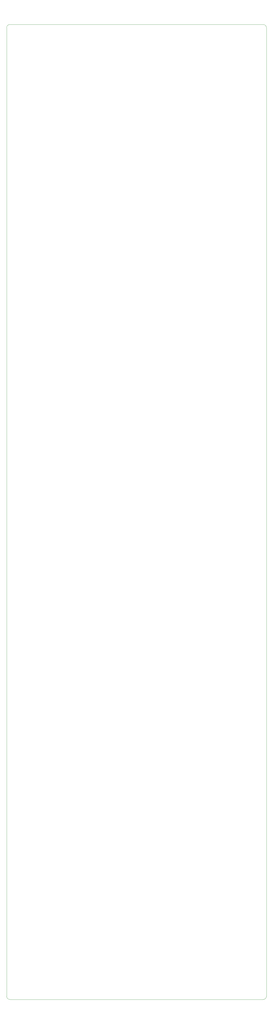
<source format=gbr>
%TF.GenerationSoftware,KiCad,Pcbnew,(6.0.1)*%
%TF.CreationDate,2022-07-04T18:11:20+02:00*%
%TF.ProjectId,bus,6275732e-6b69-4636-9164-5f7063625858,rev?*%
%TF.SameCoordinates,Original*%
%TF.FileFunction,Profile,NP*%
%FSLAX46Y46*%
G04 Gerber Fmt 4.6, Leading zero omitted, Abs format (unit mm)*
G04 Created by KiCad (PCBNEW (6.0.1)) date 2022-07-04 18:11:20*
%MOMM*%
%LPD*%
G01*
G04 APERTURE LIST*
%TA.AperFunction,Profile*%
%ADD10C,0.100000*%
%TD*%
G04 APERTURE END LIST*
D10*
X101600000Y24130000D02*
G75*
G03*
X100330000Y25400000I-1269999J1D01*
G01*
X0Y-354330000D02*
G75*
G03*
X1270000Y-355600000I1269999J-1D01*
G01*
X1270000Y-355600000D02*
X100330000Y-355600000D01*
X0Y24130000D02*
X0Y-354330000D01*
X1270000Y25400000D02*
G75*
G03*
X0Y24130000I-1J-1269999D01*
G01*
X100330000Y-355600000D02*
G75*
G03*
X101600000Y-354330000I1J1269999D01*
G01*
X100330000Y25400000D02*
X1270000Y25400000D01*
X101600000Y-354330000D02*
X101600000Y24130000D01*
M02*

</source>
